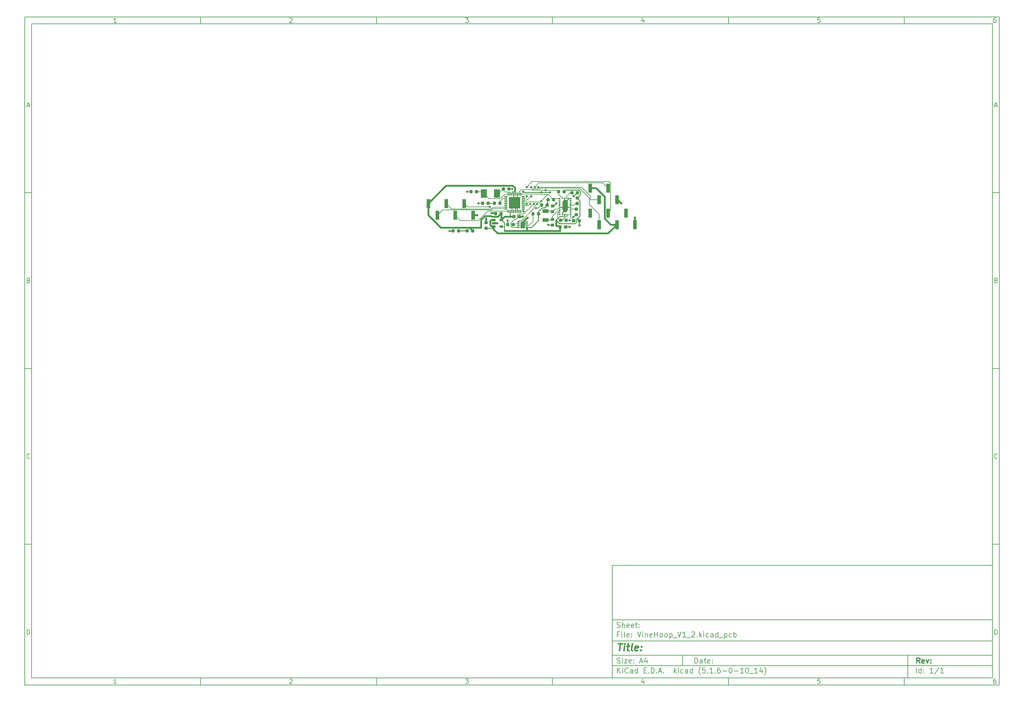
<source format=gtl>
G04 #@! TF.GenerationSoftware,KiCad,Pcbnew,(5.1.6-0-10_14)*
G04 #@! TF.CreationDate,2020-07-22T23:19:55-07:00*
G04 #@! TF.ProjectId,VineHoop_V1_2,56696e65-486f-46f7-905f-56315f322e6b,rev?*
G04 #@! TF.SameCoordinates,Original*
G04 #@! TF.FileFunction,Copper,L1,Top*
G04 #@! TF.FilePolarity,Positive*
%FSLAX46Y46*%
G04 Gerber Fmt 4.6, Leading zero omitted, Abs format (unit mm)*
G04 Created by KiCad (PCBNEW (5.1.6-0-10_14)) date 2020-07-22 23:19:55*
%MOMM*%
%LPD*%
G01*
G04 APERTURE LIST*
%ADD10C,0.100000*%
%ADD11C,0.150000*%
%ADD12C,0.300000*%
%ADD13C,0.400000*%
G04 #@! TA.AperFunction,EtchedComponent*
%ADD14C,0.001000*%
G04 #@! TD*
G04 #@! TA.AperFunction,SMDPad,CuDef*
%ADD15R,1.000000X2.510000*%
G04 #@! TD*
G04 #@! TA.AperFunction,SMDPad,CuDef*
%ADD16R,0.525000X0.300000*%
G04 #@! TD*
G04 #@! TA.AperFunction,SMDPad,CuDef*
%ADD17R,0.300000X0.425000*%
G04 #@! TD*
G04 #@! TA.AperFunction,SMDPad,CuDef*
%ADD18R,3.251200X3.251200*%
G04 #@! TD*
G04 #@! TA.AperFunction,SMDPad,CuDef*
%ADD19R,0.812800X0.304800*%
G04 #@! TD*
G04 #@! TA.AperFunction,SMDPad,CuDef*
%ADD20R,0.304800X0.812800*%
G04 #@! TD*
G04 #@! TA.AperFunction,SMDPad,CuDef*
%ADD21R,1.060000X0.650000*%
G04 #@! TD*
G04 #@! TA.AperFunction,SMDPad,CuDef*
%ADD22R,1.800000X1.000000*%
G04 #@! TD*
G04 #@! TA.AperFunction,SMDPad,CuDef*
%ADD23R,1.700000X2.400000*%
G04 #@! TD*
G04 #@! TA.AperFunction,SMDPad,CuDef*
%ADD24R,0.200000X1.000000*%
G04 #@! TD*
G04 #@! TA.AperFunction,SMDPad,CuDef*
%ADD25R,0.800000X0.300000*%
G04 #@! TD*
G04 #@! TA.AperFunction,ViaPad*
%ADD26C,0.660400*%
G04 #@! TD*
G04 #@! TA.AperFunction,Conductor*
%ADD27C,0.254000*%
G04 #@! TD*
G04 #@! TA.AperFunction,Conductor*
%ADD28C,0.152400*%
G04 #@! TD*
G04 #@! TA.AperFunction,Conductor*
%ADD29C,0.508000*%
G04 #@! TD*
G04 #@! TA.AperFunction,Conductor*
%ADD30C,1.524000*%
G04 #@! TD*
G04 APERTURE END LIST*
D10*
D11*
X177002200Y-166007200D02*
X177002200Y-198007200D01*
X285002200Y-198007200D01*
X285002200Y-166007200D01*
X177002200Y-166007200D01*
D10*
D11*
X10000000Y-10000000D02*
X10000000Y-200007200D01*
X287002200Y-200007200D01*
X287002200Y-10000000D01*
X10000000Y-10000000D01*
D10*
D11*
X12000000Y-12000000D02*
X12000000Y-198007200D01*
X285002200Y-198007200D01*
X285002200Y-12000000D01*
X12000000Y-12000000D01*
D10*
D11*
X60000000Y-12000000D02*
X60000000Y-10000000D01*
D10*
D11*
X110000000Y-12000000D02*
X110000000Y-10000000D01*
D10*
D11*
X160000000Y-12000000D02*
X160000000Y-10000000D01*
D10*
D11*
X210000000Y-12000000D02*
X210000000Y-10000000D01*
D10*
D11*
X260000000Y-12000000D02*
X260000000Y-10000000D01*
D10*
D11*
X36065476Y-11588095D02*
X35322619Y-11588095D01*
X35694047Y-11588095D02*
X35694047Y-10288095D01*
X35570238Y-10473809D01*
X35446428Y-10597619D01*
X35322619Y-10659523D01*
D10*
D11*
X85322619Y-10411904D02*
X85384523Y-10350000D01*
X85508333Y-10288095D01*
X85817857Y-10288095D01*
X85941666Y-10350000D01*
X86003571Y-10411904D01*
X86065476Y-10535714D01*
X86065476Y-10659523D01*
X86003571Y-10845238D01*
X85260714Y-11588095D01*
X86065476Y-11588095D01*
D10*
D11*
X135260714Y-10288095D02*
X136065476Y-10288095D01*
X135632142Y-10783333D01*
X135817857Y-10783333D01*
X135941666Y-10845238D01*
X136003571Y-10907142D01*
X136065476Y-11030952D01*
X136065476Y-11340476D01*
X136003571Y-11464285D01*
X135941666Y-11526190D01*
X135817857Y-11588095D01*
X135446428Y-11588095D01*
X135322619Y-11526190D01*
X135260714Y-11464285D01*
D10*
D11*
X185941666Y-10721428D02*
X185941666Y-11588095D01*
X185632142Y-10226190D02*
X185322619Y-11154761D01*
X186127380Y-11154761D01*
D10*
D11*
X236003571Y-10288095D02*
X235384523Y-10288095D01*
X235322619Y-10907142D01*
X235384523Y-10845238D01*
X235508333Y-10783333D01*
X235817857Y-10783333D01*
X235941666Y-10845238D01*
X236003571Y-10907142D01*
X236065476Y-11030952D01*
X236065476Y-11340476D01*
X236003571Y-11464285D01*
X235941666Y-11526190D01*
X235817857Y-11588095D01*
X235508333Y-11588095D01*
X235384523Y-11526190D01*
X235322619Y-11464285D01*
D10*
D11*
X285941666Y-10288095D02*
X285694047Y-10288095D01*
X285570238Y-10350000D01*
X285508333Y-10411904D01*
X285384523Y-10597619D01*
X285322619Y-10845238D01*
X285322619Y-11340476D01*
X285384523Y-11464285D01*
X285446428Y-11526190D01*
X285570238Y-11588095D01*
X285817857Y-11588095D01*
X285941666Y-11526190D01*
X286003571Y-11464285D01*
X286065476Y-11340476D01*
X286065476Y-11030952D01*
X286003571Y-10907142D01*
X285941666Y-10845238D01*
X285817857Y-10783333D01*
X285570238Y-10783333D01*
X285446428Y-10845238D01*
X285384523Y-10907142D01*
X285322619Y-11030952D01*
D10*
D11*
X60000000Y-198007200D02*
X60000000Y-200007200D01*
D10*
D11*
X110000000Y-198007200D02*
X110000000Y-200007200D01*
D10*
D11*
X160000000Y-198007200D02*
X160000000Y-200007200D01*
D10*
D11*
X210000000Y-198007200D02*
X210000000Y-200007200D01*
D10*
D11*
X260000000Y-198007200D02*
X260000000Y-200007200D01*
D10*
D11*
X36065476Y-199595295D02*
X35322619Y-199595295D01*
X35694047Y-199595295D02*
X35694047Y-198295295D01*
X35570238Y-198481009D01*
X35446428Y-198604819D01*
X35322619Y-198666723D01*
D10*
D11*
X85322619Y-198419104D02*
X85384523Y-198357200D01*
X85508333Y-198295295D01*
X85817857Y-198295295D01*
X85941666Y-198357200D01*
X86003571Y-198419104D01*
X86065476Y-198542914D01*
X86065476Y-198666723D01*
X86003571Y-198852438D01*
X85260714Y-199595295D01*
X86065476Y-199595295D01*
D10*
D11*
X135260714Y-198295295D02*
X136065476Y-198295295D01*
X135632142Y-198790533D01*
X135817857Y-198790533D01*
X135941666Y-198852438D01*
X136003571Y-198914342D01*
X136065476Y-199038152D01*
X136065476Y-199347676D01*
X136003571Y-199471485D01*
X135941666Y-199533390D01*
X135817857Y-199595295D01*
X135446428Y-199595295D01*
X135322619Y-199533390D01*
X135260714Y-199471485D01*
D10*
D11*
X185941666Y-198728628D02*
X185941666Y-199595295D01*
X185632142Y-198233390D02*
X185322619Y-199161961D01*
X186127380Y-199161961D01*
D10*
D11*
X236003571Y-198295295D02*
X235384523Y-198295295D01*
X235322619Y-198914342D01*
X235384523Y-198852438D01*
X235508333Y-198790533D01*
X235817857Y-198790533D01*
X235941666Y-198852438D01*
X236003571Y-198914342D01*
X236065476Y-199038152D01*
X236065476Y-199347676D01*
X236003571Y-199471485D01*
X235941666Y-199533390D01*
X235817857Y-199595295D01*
X235508333Y-199595295D01*
X235384523Y-199533390D01*
X235322619Y-199471485D01*
D10*
D11*
X285941666Y-198295295D02*
X285694047Y-198295295D01*
X285570238Y-198357200D01*
X285508333Y-198419104D01*
X285384523Y-198604819D01*
X285322619Y-198852438D01*
X285322619Y-199347676D01*
X285384523Y-199471485D01*
X285446428Y-199533390D01*
X285570238Y-199595295D01*
X285817857Y-199595295D01*
X285941666Y-199533390D01*
X286003571Y-199471485D01*
X286065476Y-199347676D01*
X286065476Y-199038152D01*
X286003571Y-198914342D01*
X285941666Y-198852438D01*
X285817857Y-198790533D01*
X285570238Y-198790533D01*
X285446428Y-198852438D01*
X285384523Y-198914342D01*
X285322619Y-199038152D01*
D10*
D11*
X10000000Y-60000000D02*
X12000000Y-60000000D01*
D10*
D11*
X10000000Y-110000000D02*
X12000000Y-110000000D01*
D10*
D11*
X10000000Y-160000000D02*
X12000000Y-160000000D01*
D10*
D11*
X10690476Y-35216666D02*
X11309523Y-35216666D01*
X10566666Y-35588095D02*
X11000000Y-34288095D01*
X11433333Y-35588095D01*
D10*
D11*
X11092857Y-84907142D02*
X11278571Y-84969047D01*
X11340476Y-85030952D01*
X11402380Y-85154761D01*
X11402380Y-85340476D01*
X11340476Y-85464285D01*
X11278571Y-85526190D01*
X11154761Y-85588095D01*
X10659523Y-85588095D01*
X10659523Y-84288095D01*
X11092857Y-84288095D01*
X11216666Y-84350000D01*
X11278571Y-84411904D01*
X11340476Y-84535714D01*
X11340476Y-84659523D01*
X11278571Y-84783333D01*
X11216666Y-84845238D01*
X11092857Y-84907142D01*
X10659523Y-84907142D01*
D10*
D11*
X11402380Y-135464285D02*
X11340476Y-135526190D01*
X11154761Y-135588095D01*
X11030952Y-135588095D01*
X10845238Y-135526190D01*
X10721428Y-135402380D01*
X10659523Y-135278571D01*
X10597619Y-135030952D01*
X10597619Y-134845238D01*
X10659523Y-134597619D01*
X10721428Y-134473809D01*
X10845238Y-134350000D01*
X11030952Y-134288095D01*
X11154761Y-134288095D01*
X11340476Y-134350000D01*
X11402380Y-134411904D01*
D10*
D11*
X10659523Y-185588095D02*
X10659523Y-184288095D01*
X10969047Y-184288095D01*
X11154761Y-184350000D01*
X11278571Y-184473809D01*
X11340476Y-184597619D01*
X11402380Y-184845238D01*
X11402380Y-185030952D01*
X11340476Y-185278571D01*
X11278571Y-185402380D01*
X11154761Y-185526190D01*
X10969047Y-185588095D01*
X10659523Y-185588095D01*
D10*
D11*
X287002200Y-60000000D02*
X285002200Y-60000000D01*
D10*
D11*
X287002200Y-110000000D02*
X285002200Y-110000000D01*
D10*
D11*
X287002200Y-160000000D02*
X285002200Y-160000000D01*
D10*
D11*
X285692676Y-35216666D02*
X286311723Y-35216666D01*
X285568866Y-35588095D02*
X286002200Y-34288095D01*
X286435533Y-35588095D01*
D10*
D11*
X286095057Y-84907142D02*
X286280771Y-84969047D01*
X286342676Y-85030952D01*
X286404580Y-85154761D01*
X286404580Y-85340476D01*
X286342676Y-85464285D01*
X286280771Y-85526190D01*
X286156961Y-85588095D01*
X285661723Y-85588095D01*
X285661723Y-84288095D01*
X286095057Y-84288095D01*
X286218866Y-84350000D01*
X286280771Y-84411904D01*
X286342676Y-84535714D01*
X286342676Y-84659523D01*
X286280771Y-84783333D01*
X286218866Y-84845238D01*
X286095057Y-84907142D01*
X285661723Y-84907142D01*
D10*
D11*
X286404580Y-135464285D02*
X286342676Y-135526190D01*
X286156961Y-135588095D01*
X286033152Y-135588095D01*
X285847438Y-135526190D01*
X285723628Y-135402380D01*
X285661723Y-135278571D01*
X285599819Y-135030952D01*
X285599819Y-134845238D01*
X285661723Y-134597619D01*
X285723628Y-134473809D01*
X285847438Y-134350000D01*
X286033152Y-134288095D01*
X286156961Y-134288095D01*
X286342676Y-134350000D01*
X286404580Y-134411904D01*
D10*
D11*
X285661723Y-185588095D02*
X285661723Y-184288095D01*
X285971247Y-184288095D01*
X286156961Y-184350000D01*
X286280771Y-184473809D01*
X286342676Y-184597619D01*
X286404580Y-184845238D01*
X286404580Y-185030952D01*
X286342676Y-185278571D01*
X286280771Y-185402380D01*
X286156961Y-185526190D01*
X285971247Y-185588095D01*
X285661723Y-185588095D01*
D10*
D11*
X200434342Y-193785771D02*
X200434342Y-192285771D01*
X200791485Y-192285771D01*
X201005771Y-192357200D01*
X201148628Y-192500057D01*
X201220057Y-192642914D01*
X201291485Y-192928628D01*
X201291485Y-193142914D01*
X201220057Y-193428628D01*
X201148628Y-193571485D01*
X201005771Y-193714342D01*
X200791485Y-193785771D01*
X200434342Y-193785771D01*
X202577200Y-193785771D02*
X202577200Y-193000057D01*
X202505771Y-192857200D01*
X202362914Y-192785771D01*
X202077200Y-192785771D01*
X201934342Y-192857200D01*
X202577200Y-193714342D02*
X202434342Y-193785771D01*
X202077200Y-193785771D01*
X201934342Y-193714342D01*
X201862914Y-193571485D01*
X201862914Y-193428628D01*
X201934342Y-193285771D01*
X202077200Y-193214342D01*
X202434342Y-193214342D01*
X202577200Y-193142914D01*
X203077200Y-192785771D02*
X203648628Y-192785771D01*
X203291485Y-192285771D02*
X203291485Y-193571485D01*
X203362914Y-193714342D01*
X203505771Y-193785771D01*
X203648628Y-193785771D01*
X204720057Y-193714342D02*
X204577200Y-193785771D01*
X204291485Y-193785771D01*
X204148628Y-193714342D01*
X204077200Y-193571485D01*
X204077200Y-193000057D01*
X204148628Y-192857200D01*
X204291485Y-192785771D01*
X204577200Y-192785771D01*
X204720057Y-192857200D01*
X204791485Y-193000057D01*
X204791485Y-193142914D01*
X204077200Y-193285771D01*
X205434342Y-193642914D02*
X205505771Y-193714342D01*
X205434342Y-193785771D01*
X205362914Y-193714342D01*
X205434342Y-193642914D01*
X205434342Y-193785771D01*
X205434342Y-192857200D02*
X205505771Y-192928628D01*
X205434342Y-193000057D01*
X205362914Y-192928628D01*
X205434342Y-192857200D01*
X205434342Y-193000057D01*
D10*
D11*
X177002200Y-194507200D02*
X285002200Y-194507200D01*
D10*
D11*
X178434342Y-196585771D02*
X178434342Y-195085771D01*
X179291485Y-196585771D02*
X178648628Y-195728628D01*
X179291485Y-195085771D02*
X178434342Y-195942914D01*
X179934342Y-196585771D02*
X179934342Y-195585771D01*
X179934342Y-195085771D02*
X179862914Y-195157200D01*
X179934342Y-195228628D01*
X180005771Y-195157200D01*
X179934342Y-195085771D01*
X179934342Y-195228628D01*
X181505771Y-196442914D02*
X181434342Y-196514342D01*
X181220057Y-196585771D01*
X181077200Y-196585771D01*
X180862914Y-196514342D01*
X180720057Y-196371485D01*
X180648628Y-196228628D01*
X180577200Y-195942914D01*
X180577200Y-195728628D01*
X180648628Y-195442914D01*
X180720057Y-195300057D01*
X180862914Y-195157200D01*
X181077200Y-195085771D01*
X181220057Y-195085771D01*
X181434342Y-195157200D01*
X181505771Y-195228628D01*
X182791485Y-196585771D02*
X182791485Y-195800057D01*
X182720057Y-195657200D01*
X182577200Y-195585771D01*
X182291485Y-195585771D01*
X182148628Y-195657200D01*
X182791485Y-196514342D02*
X182648628Y-196585771D01*
X182291485Y-196585771D01*
X182148628Y-196514342D01*
X182077200Y-196371485D01*
X182077200Y-196228628D01*
X182148628Y-196085771D01*
X182291485Y-196014342D01*
X182648628Y-196014342D01*
X182791485Y-195942914D01*
X184148628Y-196585771D02*
X184148628Y-195085771D01*
X184148628Y-196514342D02*
X184005771Y-196585771D01*
X183720057Y-196585771D01*
X183577200Y-196514342D01*
X183505771Y-196442914D01*
X183434342Y-196300057D01*
X183434342Y-195871485D01*
X183505771Y-195728628D01*
X183577200Y-195657200D01*
X183720057Y-195585771D01*
X184005771Y-195585771D01*
X184148628Y-195657200D01*
X186005771Y-195800057D02*
X186505771Y-195800057D01*
X186720057Y-196585771D02*
X186005771Y-196585771D01*
X186005771Y-195085771D01*
X186720057Y-195085771D01*
X187362914Y-196442914D02*
X187434342Y-196514342D01*
X187362914Y-196585771D01*
X187291485Y-196514342D01*
X187362914Y-196442914D01*
X187362914Y-196585771D01*
X188077200Y-196585771D02*
X188077200Y-195085771D01*
X188434342Y-195085771D01*
X188648628Y-195157200D01*
X188791485Y-195300057D01*
X188862914Y-195442914D01*
X188934342Y-195728628D01*
X188934342Y-195942914D01*
X188862914Y-196228628D01*
X188791485Y-196371485D01*
X188648628Y-196514342D01*
X188434342Y-196585771D01*
X188077200Y-196585771D01*
X189577200Y-196442914D02*
X189648628Y-196514342D01*
X189577200Y-196585771D01*
X189505771Y-196514342D01*
X189577200Y-196442914D01*
X189577200Y-196585771D01*
X190220057Y-196157200D02*
X190934342Y-196157200D01*
X190077200Y-196585771D02*
X190577200Y-195085771D01*
X191077200Y-196585771D01*
X191577200Y-196442914D02*
X191648628Y-196514342D01*
X191577200Y-196585771D01*
X191505771Y-196514342D01*
X191577200Y-196442914D01*
X191577200Y-196585771D01*
X194577200Y-196585771D02*
X194577200Y-195085771D01*
X194720057Y-196014342D02*
X195148628Y-196585771D01*
X195148628Y-195585771D02*
X194577200Y-196157200D01*
X195791485Y-196585771D02*
X195791485Y-195585771D01*
X195791485Y-195085771D02*
X195720057Y-195157200D01*
X195791485Y-195228628D01*
X195862914Y-195157200D01*
X195791485Y-195085771D01*
X195791485Y-195228628D01*
X197148628Y-196514342D02*
X197005771Y-196585771D01*
X196720057Y-196585771D01*
X196577200Y-196514342D01*
X196505771Y-196442914D01*
X196434342Y-196300057D01*
X196434342Y-195871485D01*
X196505771Y-195728628D01*
X196577200Y-195657200D01*
X196720057Y-195585771D01*
X197005771Y-195585771D01*
X197148628Y-195657200D01*
X198434342Y-196585771D02*
X198434342Y-195800057D01*
X198362914Y-195657200D01*
X198220057Y-195585771D01*
X197934342Y-195585771D01*
X197791485Y-195657200D01*
X198434342Y-196514342D02*
X198291485Y-196585771D01*
X197934342Y-196585771D01*
X197791485Y-196514342D01*
X197720057Y-196371485D01*
X197720057Y-196228628D01*
X197791485Y-196085771D01*
X197934342Y-196014342D01*
X198291485Y-196014342D01*
X198434342Y-195942914D01*
X199791485Y-196585771D02*
X199791485Y-195085771D01*
X199791485Y-196514342D02*
X199648628Y-196585771D01*
X199362914Y-196585771D01*
X199220057Y-196514342D01*
X199148628Y-196442914D01*
X199077200Y-196300057D01*
X199077200Y-195871485D01*
X199148628Y-195728628D01*
X199220057Y-195657200D01*
X199362914Y-195585771D01*
X199648628Y-195585771D01*
X199791485Y-195657200D01*
X202077200Y-197157200D02*
X202005771Y-197085771D01*
X201862914Y-196871485D01*
X201791485Y-196728628D01*
X201720057Y-196514342D01*
X201648628Y-196157200D01*
X201648628Y-195871485D01*
X201720057Y-195514342D01*
X201791485Y-195300057D01*
X201862914Y-195157200D01*
X202005771Y-194942914D01*
X202077200Y-194871485D01*
X203362914Y-195085771D02*
X202648628Y-195085771D01*
X202577200Y-195800057D01*
X202648628Y-195728628D01*
X202791485Y-195657200D01*
X203148628Y-195657200D01*
X203291485Y-195728628D01*
X203362914Y-195800057D01*
X203434342Y-195942914D01*
X203434342Y-196300057D01*
X203362914Y-196442914D01*
X203291485Y-196514342D01*
X203148628Y-196585771D01*
X202791485Y-196585771D01*
X202648628Y-196514342D01*
X202577200Y-196442914D01*
X204077200Y-196442914D02*
X204148628Y-196514342D01*
X204077200Y-196585771D01*
X204005771Y-196514342D01*
X204077200Y-196442914D01*
X204077200Y-196585771D01*
X205577200Y-196585771D02*
X204720057Y-196585771D01*
X205148628Y-196585771D02*
X205148628Y-195085771D01*
X205005771Y-195300057D01*
X204862914Y-195442914D01*
X204720057Y-195514342D01*
X206220057Y-196442914D02*
X206291485Y-196514342D01*
X206220057Y-196585771D01*
X206148628Y-196514342D01*
X206220057Y-196442914D01*
X206220057Y-196585771D01*
X207577200Y-195085771D02*
X207291485Y-195085771D01*
X207148628Y-195157200D01*
X207077200Y-195228628D01*
X206934342Y-195442914D01*
X206862914Y-195728628D01*
X206862914Y-196300057D01*
X206934342Y-196442914D01*
X207005771Y-196514342D01*
X207148628Y-196585771D01*
X207434342Y-196585771D01*
X207577200Y-196514342D01*
X207648628Y-196442914D01*
X207720057Y-196300057D01*
X207720057Y-195942914D01*
X207648628Y-195800057D01*
X207577200Y-195728628D01*
X207434342Y-195657200D01*
X207148628Y-195657200D01*
X207005771Y-195728628D01*
X206934342Y-195800057D01*
X206862914Y-195942914D01*
X208362914Y-196014342D02*
X209505771Y-196014342D01*
X210505771Y-195085771D02*
X210648628Y-195085771D01*
X210791485Y-195157200D01*
X210862914Y-195228628D01*
X210934342Y-195371485D01*
X211005771Y-195657200D01*
X211005771Y-196014342D01*
X210934342Y-196300057D01*
X210862914Y-196442914D01*
X210791485Y-196514342D01*
X210648628Y-196585771D01*
X210505771Y-196585771D01*
X210362914Y-196514342D01*
X210291485Y-196442914D01*
X210220057Y-196300057D01*
X210148628Y-196014342D01*
X210148628Y-195657200D01*
X210220057Y-195371485D01*
X210291485Y-195228628D01*
X210362914Y-195157200D01*
X210505771Y-195085771D01*
X211648628Y-196014342D02*
X212791485Y-196014342D01*
X214291485Y-196585771D02*
X213434342Y-196585771D01*
X213862914Y-196585771D02*
X213862914Y-195085771D01*
X213720057Y-195300057D01*
X213577200Y-195442914D01*
X213434342Y-195514342D01*
X215220057Y-195085771D02*
X215362914Y-195085771D01*
X215505771Y-195157200D01*
X215577200Y-195228628D01*
X215648628Y-195371485D01*
X215720057Y-195657200D01*
X215720057Y-196014342D01*
X215648628Y-196300057D01*
X215577200Y-196442914D01*
X215505771Y-196514342D01*
X215362914Y-196585771D01*
X215220057Y-196585771D01*
X215077200Y-196514342D01*
X215005771Y-196442914D01*
X214934342Y-196300057D01*
X214862914Y-196014342D01*
X214862914Y-195657200D01*
X214934342Y-195371485D01*
X215005771Y-195228628D01*
X215077200Y-195157200D01*
X215220057Y-195085771D01*
X216005771Y-196728628D02*
X217148628Y-196728628D01*
X218291485Y-196585771D02*
X217434342Y-196585771D01*
X217862914Y-196585771D02*
X217862914Y-195085771D01*
X217720057Y-195300057D01*
X217577200Y-195442914D01*
X217434342Y-195514342D01*
X219577200Y-195585771D02*
X219577200Y-196585771D01*
X219220057Y-195014342D02*
X218862914Y-196085771D01*
X219791485Y-196085771D01*
X220220057Y-197157200D02*
X220291485Y-197085771D01*
X220434342Y-196871485D01*
X220505771Y-196728628D01*
X220577200Y-196514342D01*
X220648628Y-196157200D01*
X220648628Y-195871485D01*
X220577200Y-195514342D01*
X220505771Y-195300057D01*
X220434342Y-195157200D01*
X220291485Y-194942914D01*
X220220057Y-194871485D01*
D10*
D11*
X177002200Y-191507200D02*
X285002200Y-191507200D01*
D10*
D12*
X264411485Y-193785771D02*
X263911485Y-193071485D01*
X263554342Y-193785771D02*
X263554342Y-192285771D01*
X264125771Y-192285771D01*
X264268628Y-192357200D01*
X264340057Y-192428628D01*
X264411485Y-192571485D01*
X264411485Y-192785771D01*
X264340057Y-192928628D01*
X264268628Y-193000057D01*
X264125771Y-193071485D01*
X263554342Y-193071485D01*
X265625771Y-193714342D02*
X265482914Y-193785771D01*
X265197200Y-193785771D01*
X265054342Y-193714342D01*
X264982914Y-193571485D01*
X264982914Y-193000057D01*
X265054342Y-192857200D01*
X265197200Y-192785771D01*
X265482914Y-192785771D01*
X265625771Y-192857200D01*
X265697200Y-193000057D01*
X265697200Y-193142914D01*
X264982914Y-193285771D01*
X266197200Y-192785771D02*
X266554342Y-193785771D01*
X266911485Y-192785771D01*
X267482914Y-193642914D02*
X267554342Y-193714342D01*
X267482914Y-193785771D01*
X267411485Y-193714342D01*
X267482914Y-193642914D01*
X267482914Y-193785771D01*
X267482914Y-192857200D02*
X267554342Y-192928628D01*
X267482914Y-193000057D01*
X267411485Y-192928628D01*
X267482914Y-192857200D01*
X267482914Y-193000057D01*
D10*
D11*
X178362914Y-193714342D02*
X178577200Y-193785771D01*
X178934342Y-193785771D01*
X179077200Y-193714342D01*
X179148628Y-193642914D01*
X179220057Y-193500057D01*
X179220057Y-193357200D01*
X179148628Y-193214342D01*
X179077200Y-193142914D01*
X178934342Y-193071485D01*
X178648628Y-193000057D01*
X178505771Y-192928628D01*
X178434342Y-192857200D01*
X178362914Y-192714342D01*
X178362914Y-192571485D01*
X178434342Y-192428628D01*
X178505771Y-192357200D01*
X178648628Y-192285771D01*
X179005771Y-192285771D01*
X179220057Y-192357200D01*
X179862914Y-193785771D02*
X179862914Y-192785771D01*
X179862914Y-192285771D02*
X179791485Y-192357200D01*
X179862914Y-192428628D01*
X179934342Y-192357200D01*
X179862914Y-192285771D01*
X179862914Y-192428628D01*
X180434342Y-192785771D02*
X181220057Y-192785771D01*
X180434342Y-193785771D01*
X181220057Y-193785771D01*
X182362914Y-193714342D02*
X182220057Y-193785771D01*
X181934342Y-193785771D01*
X181791485Y-193714342D01*
X181720057Y-193571485D01*
X181720057Y-193000057D01*
X181791485Y-192857200D01*
X181934342Y-192785771D01*
X182220057Y-192785771D01*
X182362914Y-192857200D01*
X182434342Y-193000057D01*
X182434342Y-193142914D01*
X181720057Y-193285771D01*
X183077200Y-193642914D02*
X183148628Y-193714342D01*
X183077200Y-193785771D01*
X183005771Y-193714342D01*
X183077200Y-193642914D01*
X183077200Y-193785771D01*
X183077200Y-192857200D02*
X183148628Y-192928628D01*
X183077200Y-193000057D01*
X183005771Y-192928628D01*
X183077200Y-192857200D01*
X183077200Y-193000057D01*
X184862914Y-193357200D02*
X185577200Y-193357200D01*
X184720057Y-193785771D02*
X185220057Y-192285771D01*
X185720057Y-193785771D01*
X186862914Y-192785771D02*
X186862914Y-193785771D01*
X186505771Y-192214342D02*
X186148628Y-193285771D01*
X187077200Y-193285771D01*
D10*
D11*
X263434342Y-196585771D02*
X263434342Y-195085771D01*
X264791485Y-196585771D02*
X264791485Y-195085771D01*
X264791485Y-196514342D02*
X264648628Y-196585771D01*
X264362914Y-196585771D01*
X264220057Y-196514342D01*
X264148628Y-196442914D01*
X264077200Y-196300057D01*
X264077200Y-195871485D01*
X264148628Y-195728628D01*
X264220057Y-195657200D01*
X264362914Y-195585771D01*
X264648628Y-195585771D01*
X264791485Y-195657200D01*
X265505771Y-196442914D02*
X265577200Y-196514342D01*
X265505771Y-196585771D01*
X265434342Y-196514342D01*
X265505771Y-196442914D01*
X265505771Y-196585771D01*
X265505771Y-195657200D02*
X265577200Y-195728628D01*
X265505771Y-195800057D01*
X265434342Y-195728628D01*
X265505771Y-195657200D01*
X265505771Y-195800057D01*
X268148628Y-196585771D02*
X267291485Y-196585771D01*
X267720057Y-196585771D02*
X267720057Y-195085771D01*
X267577200Y-195300057D01*
X267434342Y-195442914D01*
X267291485Y-195514342D01*
X269862914Y-195014342D02*
X268577200Y-196942914D01*
X271148628Y-196585771D02*
X270291485Y-196585771D01*
X270720057Y-196585771D02*
X270720057Y-195085771D01*
X270577200Y-195300057D01*
X270434342Y-195442914D01*
X270291485Y-195514342D01*
D10*
D11*
X177002200Y-187507200D02*
X285002200Y-187507200D01*
D10*
D13*
X178714580Y-188211961D02*
X179857438Y-188211961D01*
X179036009Y-190211961D02*
X179286009Y-188211961D01*
X180274104Y-190211961D02*
X180440771Y-188878628D01*
X180524104Y-188211961D02*
X180416961Y-188307200D01*
X180500295Y-188402438D01*
X180607438Y-188307200D01*
X180524104Y-188211961D01*
X180500295Y-188402438D01*
X181107438Y-188878628D02*
X181869342Y-188878628D01*
X181476485Y-188211961D02*
X181262200Y-189926247D01*
X181333628Y-190116723D01*
X181512200Y-190211961D01*
X181702676Y-190211961D01*
X182655057Y-190211961D02*
X182476485Y-190116723D01*
X182405057Y-189926247D01*
X182619342Y-188211961D01*
X184190771Y-190116723D02*
X183988390Y-190211961D01*
X183607438Y-190211961D01*
X183428866Y-190116723D01*
X183357438Y-189926247D01*
X183452676Y-189164342D01*
X183571723Y-188973866D01*
X183774104Y-188878628D01*
X184155057Y-188878628D01*
X184333628Y-188973866D01*
X184405057Y-189164342D01*
X184381247Y-189354819D01*
X183405057Y-189545295D01*
X185155057Y-190021485D02*
X185238390Y-190116723D01*
X185131247Y-190211961D01*
X185047914Y-190116723D01*
X185155057Y-190021485D01*
X185131247Y-190211961D01*
X185286009Y-188973866D02*
X185369342Y-189069104D01*
X185262200Y-189164342D01*
X185178866Y-189069104D01*
X185286009Y-188973866D01*
X185262200Y-189164342D01*
D10*
D11*
X178934342Y-185600057D02*
X178434342Y-185600057D01*
X178434342Y-186385771D02*
X178434342Y-184885771D01*
X179148628Y-184885771D01*
X179720057Y-186385771D02*
X179720057Y-185385771D01*
X179720057Y-184885771D02*
X179648628Y-184957200D01*
X179720057Y-185028628D01*
X179791485Y-184957200D01*
X179720057Y-184885771D01*
X179720057Y-185028628D01*
X180648628Y-186385771D02*
X180505771Y-186314342D01*
X180434342Y-186171485D01*
X180434342Y-184885771D01*
X181791485Y-186314342D02*
X181648628Y-186385771D01*
X181362914Y-186385771D01*
X181220057Y-186314342D01*
X181148628Y-186171485D01*
X181148628Y-185600057D01*
X181220057Y-185457200D01*
X181362914Y-185385771D01*
X181648628Y-185385771D01*
X181791485Y-185457200D01*
X181862914Y-185600057D01*
X181862914Y-185742914D01*
X181148628Y-185885771D01*
X182505771Y-186242914D02*
X182577200Y-186314342D01*
X182505771Y-186385771D01*
X182434342Y-186314342D01*
X182505771Y-186242914D01*
X182505771Y-186385771D01*
X182505771Y-185457200D02*
X182577200Y-185528628D01*
X182505771Y-185600057D01*
X182434342Y-185528628D01*
X182505771Y-185457200D01*
X182505771Y-185600057D01*
X184148628Y-184885771D02*
X184648628Y-186385771D01*
X185148628Y-184885771D01*
X185648628Y-186385771D02*
X185648628Y-185385771D01*
X185648628Y-184885771D02*
X185577200Y-184957200D01*
X185648628Y-185028628D01*
X185720057Y-184957200D01*
X185648628Y-184885771D01*
X185648628Y-185028628D01*
X186362914Y-185385771D02*
X186362914Y-186385771D01*
X186362914Y-185528628D02*
X186434342Y-185457200D01*
X186577200Y-185385771D01*
X186791485Y-185385771D01*
X186934342Y-185457200D01*
X187005771Y-185600057D01*
X187005771Y-186385771D01*
X188291485Y-186314342D02*
X188148628Y-186385771D01*
X187862914Y-186385771D01*
X187720057Y-186314342D01*
X187648628Y-186171485D01*
X187648628Y-185600057D01*
X187720057Y-185457200D01*
X187862914Y-185385771D01*
X188148628Y-185385771D01*
X188291485Y-185457200D01*
X188362914Y-185600057D01*
X188362914Y-185742914D01*
X187648628Y-185885771D01*
X189005771Y-186385771D02*
X189005771Y-184885771D01*
X189005771Y-185600057D02*
X189862914Y-185600057D01*
X189862914Y-186385771D02*
X189862914Y-184885771D01*
X190791485Y-186385771D02*
X190648628Y-186314342D01*
X190577200Y-186242914D01*
X190505771Y-186100057D01*
X190505771Y-185671485D01*
X190577200Y-185528628D01*
X190648628Y-185457200D01*
X190791485Y-185385771D01*
X191005771Y-185385771D01*
X191148628Y-185457200D01*
X191220057Y-185528628D01*
X191291485Y-185671485D01*
X191291485Y-186100057D01*
X191220057Y-186242914D01*
X191148628Y-186314342D01*
X191005771Y-186385771D01*
X190791485Y-186385771D01*
X192148628Y-186385771D02*
X192005771Y-186314342D01*
X191934342Y-186242914D01*
X191862914Y-186100057D01*
X191862914Y-185671485D01*
X191934342Y-185528628D01*
X192005771Y-185457200D01*
X192148628Y-185385771D01*
X192362914Y-185385771D01*
X192505771Y-185457200D01*
X192577200Y-185528628D01*
X192648628Y-185671485D01*
X192648628Y-186100057D01*
X192577200Y-186242914D01*
X192505771Y-186314342D01*
X192362914Y-186385771D01*
X192148628Y-186385771D01*
X193291485Y-185385771D02*
X193291485Y-186885771D01*
X193291485Y-185457200D02*
X193434342Y-185385771D01*
X193720057Y-185385771D01*
X193862914Y-185457200D01*
X193934342Y-185528628D01*
X194005771Y-185671485D01*
X194005771Y-186100057D01*
X193934342Y-186242914D01*
X193862914Y-186314342D01*
X193720057Y-186385771D01*
X193434342Y-186385771D01*
X193291485Y-186314342D01*
X194291485Y-186528628D02*
X195434342Y-186528628D01*
X195577200Y-184885771D02*
X196077200Y-186385771D01*
X196577200Y-184885771D01*
X197862914Y-186385771D02*
X197005771Y-186385771D01*
X197434342Y-186385771D02*
X197434342Y-184885771D01*
X197291485Y-185100057D01*
X197148628Y-185242914D01*
X197005771Y-185314342D01*
X198148628Y-186528628D02*
X199291485Y-186528628D01*
X199577200Y-185028628D02*
X199648628Y-184957200D01*
X199791485Y-184885771D01*
X200148628Y-184885771D01*
X200291485Y-184957200D01*
X200362914Y-185028628D01*
X200434342Y-185171485D01*
X200434342Y-185314342D01*
X200362914Y-185528628D01*
X199505771Y-186385771D01*
X200434342Y-186385771D01*
X201077200Y-186242914D02*
X201148628Y-186314342D01*
X201077200Y-186385771D01*
X201005771Y-186314342D01*
X201077200Y-186242914D01*
X201077200Y-186385771D01*
X201791485Y-186385771D02*
X201791485Y-184885771D01*
X201934342Y-185814342D02*
X202362914Y-186385771D01*
X202362914Y-185385771D02*
X201791485Y-185957200D01*
X203005771Y-186385771D02*
X203005771Y-185385771D01*
X203005771Y-184885771D02*
X202934342Y-184957200D01*
X203005771Y-185028628D01*
X203077200Y-184957200D01*
X203005771Y-184885771D01*
X203005771Y-185028628D01*
X204362914Y-186314342D02*
X204220057Y-186385771D01*
X203934342Y-186385771D01*
X203791485Y-186314342D01*
X203720057Y-186242914D01*
X203648628Y-186100057D01*
X203648628Y-185671485D01*
X203720057Y-185528628D01*
X203791485Y-185457200D01*
X203934342Y-185385771D01*
X204220057Y-185385771D01*
X204362914Y-185457200D01*
X205648628Y-186385771D02*
X205648628Y-185600057D01*
X205577200Y-185457200D01*
X205434342Y-185385771D01*
X205148628Y-185385771D01*
X205005771Y-185457200D01*
X205648628Y-186314342D02*
X205505771Y-186385771D01*
X205148628Y-186385771D01*
X205005771Y-186314342D01*
X204934342Y-186171485D01*
X204934342Y-186028628D01*
X205005771Y-185885771D01*
X205148628Y-185814342D01*
X205505771Y-185814342D01*
X205648628Y-185742914D01*
X207005771Y-186385771D02*
X207005771Y-184885771D01*
X207005771Y-186314342D02*
X206862914Y-186385771D01*
X206577200Y-186385771D01*
X206434342Y-186314342D01*
X206362914Y-186242914D01*
X206291485Y-186100057D01*
X206291485Y-185671485D01*
X206362914Y-185528628D01*
X206434342Y-185457200D01*
X206577200Y-185385771D01*
X206862914Y-185385771D01*
X207005771Y-185457200D01*
X207362914Y-186528628D02*
X208505771Y-186528628D01*
X208862914Y-185385771D02*
X208862914Y-186885771D01*
X208862914Y-185457200D02*
X209005771Y-185385771D01*
X209291485Y-185385771D01*
X209434342Y-185457200D01*
X209505771Y-185528628D01*
X209577200Y-185671485D01*
X209577200Y-186100057D01*
X209505771Y-186242914D01*
X209434342Y-186314342D01*
X209291485Y-186385771D01*
X209005771Y-186385771D01*
X208862914Y-186314342D01*
X210862914Y-186314342D02*
X210720057Y-186385771D01*
X210434342Y-186385771D01*
X210291485Y-186314342D01*
X210220057Y-186242914D01*
X210148628Y-186100057D01*
X210148628Y-185671485D01*
X210220057Y-185528628D01*
X210291485Y-185457200D01*
X210434342Y-185385771D01*
X210720057Y-185385771D01*
X210862914Y-185457200D01*
X211505771Y-186385771D02*
X211505771Y-184885771D01*
X211505771Y-185457200D02*
X211648628Y-185385771D01*
X211934342Y-185385771D01*
X212077200Y-185457200D01*
X212148628Y-185528628D01*
X212220057Y-185671485D01*
X212220057Y-186100057D01*
X212148628Y-186242914D01*
X212077200Y-186314342D01*
X211934342Y-186385771D01*
X211648628Y-186385771D01*
X211505771Y-186314342D01*
D10*
D11*
X177002200Y-181507200D02*
X285002200Y-181507200D01*
D10*
D11*
X178362914Y-183614342D02*
X178577200Y-183685771D01*
X178934342Y-183685771D01*
X179077200Y-183614342D01*
X179148628Y-183542914D01*
X179220057Y-183400057D01*
X179220057Y-183257200D01*
X179148628Y-183114342D01*
X179077200Y-183042914D01*
X178934342Y-182971485D01*
X178648628Y-182900057D01*
X178505771Y-182828628D01*
X178434342Y-182757200D01*
X178362914Y-182614342D01*
X178362914Y-182471485D01*
X178434342Y-182328628D01*
X178505771Y-182257200D01*
X178648628Y-182185771D01*
X179005771Y-182185771D01*
X179220057Y-182257200D01*
X179862914Y-183685771D02*
X179862914Y-182185771D01*
X180505771Y-183685771D02*
X180505771Y-182900057D01*
X180434342Y-182757200D01*
X180291485Y-182685771D01*
X180077200Y-182685771D01*
X179934342Y-182757200D01*
X179862914Y-182828628D01*
X181791485Y-183614342D02*
X181648628Y-183685771D01*
X181362914Y-183685771D01*
X181220057Y-183614342D01*
X181148628Y-183471485D01*
X181148628Y-182900057D01*
X181220057Y-182757200D01*
X181362914Y-182685771D01*
X181648628Y-182685771D01*
X181791485Y-182757200D01*
X181862914Y-182900057D01*
X181862914Y-183042914D01*
X181148628Y-183185771D01*
X183077200Y-183614342D02*
X182934342Y-183685771D01*
X182648628Y-183685771D01*
X182505771Y-183614342D01*
X182434342Y-183471485D01*
X182434342Y-182900057D01*
X182505771Y-182757200D01*
X182648628Y-182685771D01*
X182934342Y-182685771D01*
X183077200Y-182757200D01*
X183148628Y-182900057D01*
X183148628Y-183042914D01*
X182434342Y-183185771D01*
X183577200Y-182685771D02*
X184148628Y-182685771D01*
X183791485Y-182185771D02*
X183791485Y-183471485D01*
X183862914Y-183614342D01*
X184005771Y-183685771D01*
X184148628Y-183685771D01*
X184648628Y-183542914D02*
X184720057Y-183614342D01*
X184648628Y-183685771D01*
X184577200Y-183614342D01*
X184648628Y-183542914D01*
X184648628Y-183685771D01*
X184648628Y-182757200D02*
X184720057Y-182828628D01*
X184648628Y-182900057D01*
X184577200Y-182828628D01*
X184648628Y-182757200D01*
X184648628Y-182900057D01*
D10*
D11*
X197002200Y-191507200D02*
X197002200Y-194507200D01*
D10*
D11*
X261002200Y-191507200D02*
X261002200Y-198007200D01*
D14*
G36*
X151176000Y-68165000D02*
G01*
X152076000Y-68165000D01*
X152076000Y-70065000D01*
X150876000Y-70065000D01*
X150876000Y-68465000D01*
X151176000Y-68165000D01*
G37*
X151176000Y-68165000D02*
X152076000Y-68165000D01*
X152076000Y-70065000D01*
X150876000Y-70065000D01*
X150876000Y-68465000D01*
X151176000Y-68165000D01*
G04 #@! TA.AperFunction,SMDPad,CuDef*
G36*
G01*
X136184500Y-70569750D02*
X136184500Y-71082250D01*
G75*
G02*
X135965750Y-71301000I-218750J0D01*
G01*
X135528250Y-71301000D01*
G75*
G02*
X135309500Y-71082250I0J218750D01*
G01*
X135309500Y-70569750D01*
G75*
G02*
X135528250Y-70351000I218750J0D01*
G01*
X135965750Y-70351000D01*
G75*
G02*
X136184500Y-70569750I0J-218750D01*
G01*
G37*
G04 #@! TD.AperFunction*
G04 #@! TA.AperFunction,SMDPad,CuDef*
G36*
G01*
X137759500Y-70569750D02*
X137759500Y-71082250D01*
G75*
G02*
X137540750Y-71301000I-218750J0D01*
G01*
X137103250Y-71301000D01*
G75*
G02*
X136884500Y-71082250I0J218750D01*
G01*
X136884500Y-70569750D01*
G75*
G02*
X137103250Y-70351000I218750J0D01*
G01*
X137540750Y-70351000D01*
G75*
G02*
X137759500Y-70569750I0J-218750D01*
G01*
G37*
G04 #@! TD.AperFunction*
G04 #@! TA.AperFunction,SMDPad,CuDef*
G36*
G01*
X132874500Y-71122250D02*
X132874500Y-70609750D01*
G75*
G02*
X133093250Y-70391000I218750J0D01*
G01*
X133530750Y-70391000D01*
G75*
G02*
X133749500Y-70609750I0J-218750D01*
G01*
X133749500Y-71122250D01*
G75*
G02*
X133530750Y-71341000I-218750J0D01*
G01*
X133093250Y-71341000D01*
G75*
G02*
X132874500Y-71122250I0J218750D01*
G01*
G37*
G04 #@! TD.AperFunction*
G04 #@! TA.AperFunction,SMDPad,CuDef*
G36*
G01*
X131299500Y-71122250D02*
X131299500Y-70609750D01*
G75*
G02*
X131518250Y-70391000I218750J0D01*
G01*
X131955750Y-70391000D01*
G75*
G02*
X132174500Y-70609750I0J-218750D01*
G01*
X132174500Y-71122250D01*
G75*
G02*
X131955750Y-71341000I-218750J0D01*
G01*
X131518250Y-71341000D01*
G75*
G02*
X131299500Y-71122250I0J218750D01*
G01*
G37*
G04 #@! TD.AperFunction*
G04 #@! TA.AperFunction,SMDPad,CuDef*
G36*
G01*
X162591000Y-69466750D02*
X162591000Y-69979250D01*
G75*
G02*
X162372250Y-70198000I-218750J0D01*
G01*
X161934750Y-70198000D01*
G75*
G02*
X161716000Y-69979250I0J218750D01*
G01*
X161716000Y-69466750D01*
G75*
G02*
X161934750Y-69248000I218750J0D01*
G01*
X162372250Y-69248000D01*
G75*
G02*
X162591000Y-69466750I0J-218750D01*
G01*
G37*
G04 #@! TD.AperFunction*
G04 #@! TA.AperFunction,SMDPad,CuDef*
G36*
G01*
X164166000Y-69466750D02*
X164166000Y-69979250D01*
G75*
G02*
X163947250Y-70198000I-218750J0D01*
G01*
X163509750Y-70198000D01*
G75*
G02*
X163291000Y-69979250I0J218750D01*
G01*
X163291000Y-69466750D01*
G75*
G02*
X163509750Y-69248000I218750J0D01*
G01*
X163947250Y-69248000D01*
G75*
G02*
X164166000Y-69466750I0J-218750D01*
G01*
G37*
G04 #@! TD.AperFunction*
G04 #@! TA.AperFunction,SMDPad,CuDef*
G36*
G01*
X144647500Y-63248250D02*
X144647500Y-62735750D01*
G75*
G02*
X144866250Y-62517000I218750J0D01*
G01*
X145303750Y-62517000D01*
G75*
G02*
X145522500Y-62735750I0J-218750D01*
G01*
X145522500Y-63248250D01*
G75*
G02*
X145303750Y-63467000I-218750J0D01*
G01*
X144866250Y-63467000D01*
G75*
G02*
X144647500Y-63248250I0J218750D01*
G01*
G37*
G04 #@! TD.AperFunction*
G04 #@! TA.AperFunction,SMDPad,CuDef*
G36*
G01*
X143072500Y-63248250D02*
X143072500Y-62735750D01*
G75*
G02*
X143291250Y-62517000I218750J0D01*
G01*
X143728750Y-62517000D01*
G75*
G02*
X143947500Y-62735750I0J-218750D01*
G01*
X143947500Y-63248250D01*
G75*
G02*
X143728750Y-63467000I-218750J0D01*
G01*
X143291250Y-63467000D01*
G75*
G02*
X143072500Y-63248250I0J218750D01*
G01*
G37*
G04 #@! TD.AperFunction*
D15*
X173228000Y-61976000D03*
X178308000Y-61976000D03*
X170688000Y-58666000D03*
X175768000Y-58666000D03*
G04 #@! TA.AperFunction,SMDPad,CuDef*
G36*
G01*
X141294500Y-63248250D02*
X141294500Y-62735750D01*
G75*
G02*
X141513250Y-62517000I218750J0D01*
G01*
X141950750Y-62517000D01*
G75*
G02*
X142169500Y-62735750I0J-218750D01*
G01*
X142169500Y-63248250D01*
G75*
G02*
X141950750Y-63467000I-218750J0D01*
G01*
X141513250Y-63467000D01*
G75*
G02*
X141294500Y-63248250I0J218750D01*
G01*
G37*
G04 #@! TD.AperFunction*
G04 #@! TA.AperFunction,SMDPad,CuDef*
G36*
G01*
X139719500Y-63248250D02*
X139719500Y-62735750D01*
G75*
G02*
X139938250Y-62517000I218750J0D01*
G01*
X140375750Y-62517000D01*
G75*
G02*
X140594500Y-62735750I0J-218750D01*
G01*
X140594500Y-63248250D01*
G75*
G02*
X140375750Y-63467000I-218750J0D01*
G01*
X139938250Y-63467000D01*
G75*
G02*
X139719500Y-63248250I0J218750D01*
G01*
G37*
G04 #@! TD.AperFunction*
G04 #@! TA.AperFunction,SMDPad,CuDef*
G36*
G01*
X149484500Y-66545750D02*
X149484500Y-67058250D01*
G75*
G02*
X149265750Y-67277000I-218750J0D01*
G01*
X148828250Y-67277000D01*
G75*
G02*
X148609500Y-67058250I0J218750D01*
G01*
X148609500Y-66545750D01*
G75*
G02*
X148828250Y-66327000I218750J0D01*
G01*
X149265750Y-66327000D01*
G75*
G02*
X149484500Y-66545750I0J-218750D01*
G01*
G37*
G04 #@! TD.AperFunction*
G04 #@! TA.AperFunction,SMDPad,CuDef*
G36*
G01*
X151059500Y-66545750D02*
X151059500Y-67058250D01*
G75*
G02*
X150840750Y-67277000I-218750J0D01*
G01*
X150403250Y-67277000D01*
G75*
G02*
X150184500Y-67058250I0J218750D01*
G01*
X150184500Y-66545750D01*
G75*
G02*
X150403250Y-66327000I218750J0D01*
G01*
X150840750Y-66327000D01*
G75*
G02*
X151059500Y-66545750I0J-218750D01*
G01*
G37*
G04 #@! TD.AperFunction*
D16*
X162021500Y-65655000D03*
X162021500Y-65155000D03*
X162021500Y-64655000D03*
X162021500Y-64155000D03*
X162021500Y-63655000D03*
X162021500Y-63155000D03*
X162021500Y-62655000D03*
X162021500Y-62155000D03*
X162021500Y-61655000D03*
D17*
X162834000Y-61592500D03*
X163334000Y-61592500D03*
X163834000Y-61592500D03*
X164334000Y-61592500D03*
D16*
X165146500Y-61655000D03*
X165146500Y-62155000D03*
X165146500Y-62655000D03*
X165146500Y-63155000D03*
X165146500Y-63655000D03*
X165146500Y-64155000D03*
X165146500Y-64655000D03*
X165146500Y-65155000D03*
X165146500Y-65655000D03*
X165146500Y-66155000D03*
D17*
X164334000Y-66217500D03*
X163834000Y-66217500D03*
X163334000Y-66217500D03*
X162834000Y-66217500D03*
D16*
X162021500Y-66155000D03*
D18*
X149225000Y-62865000D03*
D19*
X151688800Y-61112400D03*
X151688800Y-61620400D03*
X151688800Y-62103000D03*
X151688800Y-62611000D03*
X151688800Y-63119000D03*
X151688800Y-63627000D03*
X151688800Y-64109600D03*
X151688800Y-64617600D03*
D20*
X150977600Y-65328800D03*
X150469600Y-65328800D03*
X149987000Y-65328800D03*
X149479000Y-65328800D03*
X148971000Y-65328800D03*
X148463000Y-65328800D03*
X147980400Y-65328800D03*
X147472400Y-65328800D03*
D19*
X146761200Y-64617600D03*
X146761200Y-64109600D03*
X146761200Y-63627000D03*
X146761200Y-63119000D03*
X146761200Y-62611000D03*
X146761200Y-62103000D03*
X146761200Y-61620400D03*
X146761200Y-61112400D03*
D20*
X147472400Y-60401200D03*
X147980400Y-60401200D03*
X148463000Y-60401200D03*
X148971000Y-60401200D03*
X149479000Y-60401200D03*
X149987000Y-60401200D03*
X150469600Y-60401200D03*
X150977600Y-60401200D03*
D21*
X145522000Y-67725000D03*
X145522000Y-69625000D03*
X143322000Y-69625000D03*
X143322000Y-68675000D03*
X143322000Y-67725000D03*
G04 #@! TA.AperFunction,SMDPad,CuDef*
G36*
G01*
X167285250Y-61920000D02*
X166772750Y-61920000D01*
G75*
G02*
X166554000Y-61701250I0J218750D01*
G01*
X166554000Y-61263750D01*
G75*
G02*
X166772750Y-61045000I218750J0D01*
G01*
X167285250Y-61045000D01*
G75*
G02*
X167504000Y-61263750I0J-218750D01*
G01*
X167504000Y-61701250D01*
G75*
G02*
X167285250Y-61920000I-218750J0D01*
G01*
G37*
G04 #@! TD.AperFunction*
G04 #@! TA.AperFunction,SMDPad,CuDef*
G36*
G01*
X167285250Y-63495000D02*
X166772750Y-63495000D01*
G75*
G02*
X166554000Y-63276250I0J218750D01*
G01*
X166554000Y-62838750D01*
G75*
G02*
X166772750Y-62620000I218750J0D01*
G01*
X167285250Y-62620000D01*
G75*
G02*
X167504000Y-62838750I0J-218750D01*
G01*
X167504000Y-63276250D01*
G75*
G02*
X167285250Y-63495000I-218750J0D01*
G01*
G37*
G04 #@! TD.AperFunction*
G04 #@! TA.AperFunction,SMDPad,CuDef*
G36*
G01*
X163443500Y-68074250D02*
X163443500Y-67561750D01*
G75*
G02*
X163662250Y-67343000I218750J0D01*
G01*
X164099750Y-67343000D01*
G75*
G02*
X164318500Y-67561750I0J-218750D01*
G01*
X164318500Y-68074250D01*
G75*
G02*
X164099750Y-68293000I-218750J0D01*
G01*
X163662250Y-68293000D01*
G75*
G02*
X163443500Y-68074250I0J218750D01*
G01*
G37*
G04 #@! TD.AperFunction*
G04 #@! TA.AperFunction,SMDPad,CuDef*
G36*
G01*
X161868500Y-68074250D02*
X161868500Y-67561750D01*
G75*
G02*
X162087250Y-67343000I218750J0D01*
G01*
X162524750Y-67343000D01*
G75*
G02*
X162743500Y-67561750I0J-218750D01*
G01*
X162743500Y-68074250D01*
G75*
G02*
X162524750Y-68293000I-218750J0D01*
G01*
X162087250Y-68293000D01*
G75*
G02*
X161868500Y-68074250I0J218750D01*
G01*
G37*
G04 #@! TD.AperFunction*
G04 #@! TA.AperFunction,SMDPad,CuDef*
G36*
G01*
X137992500Y-59946250D02*
X137992500Y-59433750D01*
G75*
G02*
X138211250Y-59215000I218750J0D01*
G01*
X138648750Y-59215000D01*
G75*
G02*
X138867500Y-59433750I0J-218750D01*
G01*
X138867500Y-59946250D01*
G75*
G02*
X138648750Y-60165000I-218750J0D01*
G01*
X138211250Y-60165000D01*
G75*
G02*
X137992500Y-59946250I0J218750D01*
G01*
G37*
G04 #@! TD.AperFunction*
G04 #@! TA.AperFunction,SMDPad,CuDef*
G36*
G01*
X136417500Y-59946250D02*
X136417500Y-59433750D01*
G75*
G02*
X136636250Y-59215000I218750J0D01*
G01*
X137073750Y-59215000D01*
G75*
G02*
X137292500Y-59433750I0J-218750D01*
G01*
X137292500Y-59946250D01*
G75*
G02*
X137073750Y-60165000I-218750J0D01*
G01*
X136636250Y-60165000D01*
G75*
G02*
X136417500Y-59946250I0J218750D01*
G01*
G37*
G04 #@! TD.AperFunction*
G04 #@! TA.AperFunction,SMDPad,CuDef*
G36*
G01*
X146487500Y-58671750D02*
X146487500Y-59184250D01*
G75*
G02*
X146268750Y-59403000I-218750J0D01*
G01*
X145831250Y-59403000D01*
G75*
G02*
X145612500Y-59184250I0J218750D01*
G01*
X145612500Y-58671750D01*
G75*
G02*
X145831250Y-58453000I218750J0D01*
G01*
X146268750Y-58453000D01*
G75*
G02*
X146487500Y-58671750I0J-218750D01*
G01*
G37*
G04 #@! TD.AperFunction*
G04 #@! TA.AperFunction,SMDPad,CuDef*
G36*
G01*
X148062500Y-58671750D02*
X148062500Y-59184250D01*
G75*
G02*
X147843750Y-59403000I-218750J0D01*
G01*
X147406250Y-59403000D01*
G75*
G02*
X147187500Y-59184250I0J218750D01*
G01*
X147187500Y-58671750D01*
G75*
G02*
X147406250Y-58453000I218750J0D01*
G01*
X147843750Y-58453000D01*
G75*
G02*
X148062500Y-58671750I0J-218750D01*
G01*
G37*
G04 #@! TD.AperFunction*
G04 #@! TA.AperFunction,SMDPad,CuDef*
G36*
G01*
X144265000Y-65656750D02*
X144265000Y-66169250D01*
G75*
G02*
X144046250Y-66388000I-218750J0D01*
G01*
X143608750Y-66388000D01*
G75*
G02*
X143390000Y-66169250I0J218750D01*
G01*
X143390000Y-65656750D01*
G75*
G02*
X143608750Y-65438000I218750J0D01*
G01*
X144046250Y-65438000D01*
G75*
G02*
X144265000Y-65656750I0J-218750D01*
G01*
G37*
G04 #@! TD.AperFunction*
G04 #@! TA.AperFunction,SMDPad,CuDef*
G36*
G01*
X145840000Y-65656750D02*
X145840000Y-66169250D01*
G75*
G02*
X145621250Y-66388000I-218750J0D01*
G01*
X145183750Y-66388000D01*
G75*
G02*
X144965000Y-66169250I0J218750D01*
G01*
X144965000Y-65656750D01*
G75*
G02*
X145183750Y-65438000I218750J0D01*
G01*
X145621250Y-65438000D01*
G75*
G02*
X145840000Y-65656750I0J-218750D01*
G01*
G37*
G04 #@! TD.AperFunction*
G04 #@! TA.AperFunction,SMDPad,CuDef*
G36*
G01*
X141376250Y-68960000D02*
X140863750Y-68960000D01*
G75*
G02*
X140645000Y-68741250I0J218750D01*
G01*
X140645000Y-68303750D01*
G75*
G02*
X140863750Y-68085000I218750J0D01*
G01*
X141376250Y-68085000D01*
G75*
G02*
X141595000Y-68303750I0J-218750D01*
G01*
X141595000Y-68741250D01*
G75*
G02*
X141376250Y-68960000I-218750J0D01*
G01*
G37*
G04 #@! TD.AperFunction*
G04 #@! TA.AperFunction,SMDPad,CuDef*
G36*
G01*
X141376250Y-70535000D02*
X140863750Y-70535000D01*
G75*
G02*
X140645000Y-70316250I0J218750D01*
G01*
X140645000Y-69878750D01*
G75*
G02*
X140863750Y-69660000I218750J0D01*
G01*
X141376250Y-69660000D01*
G75*
G02*
X141595000Y-69878750I0J-218750D01*
G01*
X141595000Y-70316250D01*
G75*
G02*
X141376250Y-70535000I-218750J0D01*
G01*
G37*
G04 #@! TD.AperFunction*
G04 #@! TA.AperFunction,SMDPad,CuDef*
G36*
G01*
X166513750Y-65816500D02*
X167026250Y-65816500D01*
G75*
G02*
X167245000Y-66035250I0J-218750D01*
G01*
X167245000Y-66472750D01*
G75*
G02*
X167026250Y-66691500I-218750J0D01*
G01*
X166513750Y-66691500D01*
G75*
G02*
X166295000Y-66472750I0J218750D01*
G01*
X166295000Y-66035250D01*
G75*
G02*
X166513750Y-65816500I218750J0D01*
G01*
G37*
G04 #@! TD.AperFunction*
G04 #@! TA.AperFunction,SMDPad,CuDef*
G36*
G01*
X166513750Y-64241500D02*
X167026250Y-64241500D01*
G75*
G02*
X167245000Y-64460250I0J-218750D01*
G01*
X167245000Y-64897750D01*
G75*
G02*
X167026250Y-65116500I-218750J0D01*
G01*
X166513750Y-65116500D01*
G75*
G02*
X166295000Y-64897750I0J218750D01*
G01*
X166295000Y-64460250D01*
G75*
G02*
X166513750Y-64241500I218750J0D01*
G01*
G37*
G04 #@! TD.AperFunction*
G04 #@! TA.AperFunction,SMDPad,CuDef*
G36*
G01*
X158058500Y-63756250D02*
X158058500Y-63243750D01*
G75*
G02*
X158277250Y-63025000I218750J0D01*
G01*
X158714750Y-63025000D01*
G75*
G02*
X158933500Y-63243750I0J-218750D01*
G01*
X158933500Y-63756250D01*
G75*
G02*
X158714750Y-63975000I-218750J0D01*
G01*
X158277250Y-63975000D01*
G75*
G02*
X158058500Y-63756250I0J218750D01*
G01*
G37*
G04 #@! TD.AperFunction*
G04 #@! TA.AperFunction,SMDPad,CuDef*
G36*
G01*
X156483500Y-63756250D02*
X156483500Y-63243750D01*
G75*
G02*
X156702250Y-63025000I218750J0D01*
G01*
X157139750Y-63025000D01*
G75*
G02*
X157358500Y-63243750I0J-218750D01*
G01*
X157358500Y-63756250D01*
G75*
G02*
X157139750Y-63975000I-218750J0D01*
G01*
X156702250Y-63975000D01*
G75*
G02*
X156483500Y-63756250I0J218750D01*
G01*
G37*
G04 #@! TD.AperFunction*
G04 #@! TA.AperFunction,SMDPad,CuDef*
G36*
G01*
X159187500Y-61719750D02*
X159187500Y-62232250D01*
G75*
G02*
X158968750Y-62451000I-218750J0D01*
G01*
X158531250Y-62451000D01*
G75*
G02*
X158312500Y-62232250I0J218750D01*
G01*
X158312500Y-61719750D01*
G75*
G02*
X158531250Y-61501000I218750J0D01*
G01*
X158968750Y-61501000D01*
G75*
G02*
X159187500Y-61719750I0J-218750D01*
G01*
G37*
G04 #@! TD.AperFunction*
G04 #@! TA.AperFunction,SMDPad,CuDef*
G36*
G01*
X160762500Y-61719750D02*
X160762500Y-62232250D01*
G75*
G02*
X160543750Y-62451000I-218750J0D01*
G01*
X160106250Y-62451000D01*
G75*
G02*
X159887500Y-62232250I0J218750D01*
G01*
X159887500Y-61719750D01*
G75*
G02*
X160106250Y-61501000I218750J0D01*
G01*
X160543750Y-61501000D01*
G75*
G02*
X160762500Y-61719750I0J-218750D01*
G01*
G37*
G04 #@! TD.AperFunction*
G04 #@! TA.AperFunction,SMDPad,CuDef*
G36*
G01*
X154886500Y-65743750D02*
X154886500Y-66256250D01*
G75*
G02*
X154667750Y-66475000I-218750J0D01*
G01*
X154230250Y-66475000D01*
G75*
G02*
X154011500Y-66256250I0J218750D01*
G01*
X154011500Y-65743750D01*
G75*
G02*
X154230250Y-65525000I218750J0D01*
G01*
X154667750Y-65525000D01*
G75*
G02*
X154886500Y-65743750I0J-218750D01*
G01*
G37*
G04 #@! TD.AperFunction*
G04 #@! TA.AperFunction,SMDPad,CuDef*
G36*
G01*
X156461500Y-65743750D02*
X156461500Y-66256250D01*
G75*
G02*
X156242750Y-66475000I-218750J0D01*
G01*
X155805250Y-66475000D01*
G75*
G02*
X155586500Y-66256250I0J218750D01*
G01*
X155586500Y-65743750D01*
G75*
G02*
X155805250Y-65525000I218750J0D01*
G01*
X156242750Y-65525000D01*
G75*
G02*
X156461500Y-65743750I0J-218750D01*
G01*
G37*
G04 #@! TD.AperFunction*
G04 #@! TA.AperFunction,SMDPad,CuDef*
G36*
G01*
X148406500Y-69344250D02*
X148406500Y-68831750D01*
G75*
G02*
X148625250Y-68613000I218750J0D01*
G01*
X149062750Y-68613000D01*
G75*
G02*
X149281500Y-68831750I0J-218750D01*
G01*
X149281500Y-69344250D01*
G75*
G02*
X149062750Y-69563000I-218750J0D01*
G01*
X148625250Y-69563000D01*
G75*
G02*
X148406500Y-69344250I0J218750D01*
G01*
G37*
G04 #@! TD.AperFunction*
G04 #@! TA.AperFunction,SMDPad,CuDef*
G36*
G01*
X146831500Y-69344250D02*
X146831500Y-68831750D01*
G75*
G02*
X147050250Y-68613000I218750J0D01*
G01*
X147487750Y-68613000D01*
G75*
G02*
X147706500Y-68831750I0J-218750D01*
G01*
X147706500Y-69344250D01*
G75*
G02*
X147487750Y-69563000I-218750J0D01*
G01*
X147050250Y-69563000D01*
G75*
G02*
X146831500Y-69344250I0J218750D01*
G01*
G37*
G04 #@! TD.AperFunction*
G04 #@! TA.AperFunction,SMDPad,CuDef*
G36*
G01*
X160260250Y-64230000D02*
X159747750Y-64230000D01*
G75*
G02*
X159529000Y-64011250I0J218750D01*
G01*
X159529000Y-63573750D01*
G75*
G02*
X159747750Y-63355000I218750J0D01*
G01*
X160260250Y-63355000D01*
G75*
G02*
X160479000Y-63573750I0J-218750D01*
G01*
X160479000Y-64011250D01*
G75*
G02*
X160260250Y-64230000I-218750J0D01*
G01*
G37*
G04 #@! TD.AperFunction*
G04 #@! TA.AperFunction,SMDPad,CuDef*
G36*
G01*
X160260250Y-65805000D02*
X159747750Y-65805000D01*
G75*
G02*
X159529000Y-65586250I0J218750D01*
G01*
X159529000Y-65148750D01*
G75*
G02*
X159747750Y-64930000I218750J0D01*
G01*
X160260250Y-64930000D01*
G75*
G02*
X160479000Y-65148750I0J-218750D01*
G01*
X160479000Y-65586250D01*
G75*
G02*
X160260250Y-65805000I-218750J0D01*
G01*
G37*
G04 #@! TD.AperFunction*
G04 #@! TA.AperFunction,SMDPad,CuDef*
G36*
G01*
X159747750Y-68740000D02*
X160260250Y-68740000D01*
G75*
G02*
X160479000Y-68958750I0J-218750D01*
G01*
X160479000Y-69396250D01*
G75*
G02*
X160260250Y-69615000I-218750J0D01*
G01*
X159747750Y-69615000D01*
G75*
G02*
X159529000Y-69396250I0J218750D01*
G01*
X159529000Y-68958750D01*
G75*
G02*
X159747750Y-68740000I218750J0D01*
G01*
G37*
G04 #@! TD.AperFunction*
G04 #@! TA.AperFunction,SMDPad,CuDef*
G36*
G01*
X159747750Y-67165000D02*
X160260250Y-67165000D01*
G75*
G02*
X160479000Y-67383750I0J-218750D01*
G01*
X160479000Y-67821250D01*
G75*
G02*
X160260250Y-68040000I-218750J0D01*
G01*
X159747750Y-68040000D01*
G75*
G02*
X159529000Y-67821250I0J218750D01*
G01*
X159529000Y-67383750D01*
G75*
G02*
X159747750Y-67165000I218750J0D01*
G01*
G37*
G04 #@! TD.AperFunction*
G04 #@! TA.AperFunction,SMDPad,CuDef*
G36*
G01*
X162884500Y-59946250D02*
X162884500Y-59433750D01*
G75*
G02*
X163103250Y-59215000I218750J0D01*
G01*
X163540750Y-59215000D01*
G75*
G02*
X163759500Y-59433750I0J-218750D01*
G01*
X163759500Y-59946250D01*
G75*
G02*
X163540750Y-60165000I-218750J0D01*
G01*
X163103250Y-60165000D01*
G75*
G02*
X162884500Y-59946250I0J218750D01*
G01*
G37*
G04 #@! TD.AperFunction*
G04 #@! TA.AperFunction,SMDPad,CuDef*
G36*
G01*
X161309500Y-59946250D02*
X161309500Y-59433750D01*
G75*
G02*
X161528250Y-59215000I218750J0D01*
G01*
X161965750Y-59215000D01*
G75*
G02*
X162184500Y-59433750I0J-218750D01*
G01*
X162184500Y-59946250D01*
G75*
G02*
X161965750Y-60165000I-218750J0D01*
G01*
X161528250Y-60165000D01*
G75*
G02*
X161309500Y-59946250I0J218750D01*
G01*
G37*
G04 #@! TD.AperFunction*
G04 #@! TA.AperFunction,SMDPad,CuDef*
G36*
G01*
X166661500Y-60256250D02*
X166661500Y-59743750D01*
G75*
G02*
X166880250Y-59525000I218750J0D01*
G01*
X167317750Y-59525000D01*
G75*
G02*
X167536500Y-59743750I0J-218750D01*
G01*
X167536500Y-60256250D01*
G75*
G02*
X167317750Y-60475000I-218750J0D01*
G01*
X166880250Y-60475000D01*
G75*
G02*
X166661500Y-60256250I0J218750D01*
G01*
G37*
G04 #@! TD.AperFunction*
G04 #@! TA.AperFunction,SMDPad,CuDef*
G36*
G01*
X165086500Y-60256250D02*
X165086500Y-59743750D01*
G75*
G02*
X165305250Y-59525000I218750J0D01*
G01*
X165742750Y-59525000D01*
G75*
G02*
X165961500Y-59743750I0J-218750D01*
G01*
X165961500Y-60256250D01*
G75*
G02*
X165742750Y-60475000I-218750J0D01*
G01*
X165305250Y-60475000D01*
G75*
G02*
X165086500Y-60256250I0J218750D01*
G01*
G37*
G04 #@! TD.AperFunction*
G04 #@! TA.AperFunction,SMDPad,CuDef*
G36*
G01*
X167161500Y-68256250D02*
X167161500Y-67743750D01*
G75*
G02*
X167380250Y-67525000I218750J0D01*
G01*
X167817750Y-67525000D01*
G75*
G02*
X168036500Y-67743750I0J-218750D01*
G01*
X168036500Y-68256250D01*
G75*
G02*
X167817750Y-68475000I-218750J0D01*
G01*
X167380250Y-68475000D01*
G75*
G02*
X167161500Y-68256250I0J218750D01*
G01*
G37*
G04 #@! TD.AperFunction*
G04 #@! TA.AperFunction,SMDPad,CuDef*
G36*
G01*
X165586500Y-68256250D02*
X165586500Y-67743750D01*
G75*
G02*
X165805250Y-67525000I218750J0D01*
G01*
X166242750Y-67525000D01*
G75*
G02*
X166461500Y-67743750I0J-218750D01*
G01*
X166461500Y-68256250D01*
G75*
G02*
X166242750Y-68475000I-218750J0D01*
G01*
X165805250Y-68475000D01*
G75*
G02*
X165586500Y-68256250I0J218750D01*
G01*
G37*
G04 #@! TD.AperFunction*
D22*
X158024000Y-65235000D03*
X158024000Y-67735000D03*
D23*
X140500000Y-60254000D03*
X144200000Y-60254000D03*
D15*
X134874000Y-63115000D03*
X129794000Y-63115000D03*
X124714000Y-63115000D03*
X137414000Y-66425000D03*
X132334000Y-66425000D03*
X127254000Y-66425000D03*
D24*
X151476000Y-69115000D03*
D25*
X152676000Y-68365000D03*
X152676000Y-68865000D03*
X152676000Y-69365000D03*
X152676000Y-69865000D03*
X150276000Y-69865000D03*
X150276000Y-69365000D03*
X150276000Y-68865000D03*
X150276000Y-68365000D03*
D15*
X180848000Y-65778000D03*
X175768000Y-65778000D03*
X170688000Y-65778000D03*
X183388000Y-69088000D03*
X178308000Y-69088000D03*
X173228000Y-69088000D03*
D26*
X147955000Y-63627000D03*
X150495000Y-63627000D03*
X147955000Y-61595000D03*
X130746500Y-70866000D03*
X164909500Y-69723000D03*
X179514500Y-62992000D03*
X183388000Y-67056000D03*
X139001500Y-62992000D03*
X135763000Y-59690000D03*
X142684500Y-65786000D03*
X144335500Y-68707000D03*
X138620500Y-66421000D03*
X141160500Y-67373500D03*
X147256500Y-67945000D03*
X152908000Y-67183000D03*
X150495000Y-61595000D03*
X148526500Y-58928000D03*
X161036000Y-63055500D03*
X165989000Y-60960000D03*
X165862000Y-66929000D03*
X167640000Y-69278500D03*
X164909500Y-67881500D03*
X158813500Y-69151500D03*
X163576000Y-64833500D03*
X163576000Y-62801500D03*
X159258000Y-59880500D03*
X151638000Y-59690000D03*
X156806899Y-59918601D03*
X151574500Y-66738500D03*
X151765000Y-65278000D03*
X142229705Y-64039801D03*
X155277216Y-64345216D03*
X153924000Y-58420000D03*
X153924000Y-60960000D03*
X152654000Y-60960000D03*
X152654000Y-58420000D03*
X157988000Y-59309000D03*
X154686000Y-63169800D03*
X156734399Y-62435248D03*
X155662368Y-63169800D03*
X153670000Y-63169800D03*
X155956000Y-58420000D03*
X152654000Y-63169800D03*
X154940000Y-58420000D03*
D27*
X148971000Y-62611000D02*
X149225000Y-62865000D01*
X148971000Y-60401200D02*
X148971000Y-62611000D01*
X164396500Y-61655000D02*
X164334000Y-61592500D01*
X165146500Y-61655000D02*
X164396500Y-61655000D01*
X151726000Y-68865000D02*
X151476000Y-69115000D01*
X152676000Y-68865000D02*
X151726000Y-68865000D01*
X149479000Y-63119000D02*
X149225000Y-62865000D01*
X149479000Y-65328800D02*
X149479000Y-63119000D01*
X149987000Y-62103000D02*
X149225000Y-62865000D01*
X149987000Y-60401200D02*
X149987000Y-62103000D01*
X162834000Y-65639000D02*
X163576000Y-64897000D01*
X162834000Y-66217500D02*
X162834000Y-65639000D01*
X163556000Y-64155000D02*
X163576000Y-64135000D01*
X162021500Y-64155000D02*
X163556000Y-64155000D01*
X165100000Y-64135000D02*
X163576000Y-64135000D01*
X165120000Y-64155000D02*
X165100000Y-64135000D01*
X165146500Y-64155000D02*
X165120000Y-64155000D01*
X163334000Y-62559500D02*
X163576000Y-62801500D01*
X163334000Y-61592500D02*
X163334000Y-62559500D01*
X164334000Y-62043500D02*
X163576000Y-62801500D01*
X164334000Y-61592500D02*
X164334000Y-62043500D01*
X163576000Y-62801500D02*
X163576000Y-62801500D01*
D28*
X149987000Y-63627000D02*
X149987000Y-63627000D01*
D27*
X159181801Y-60020199D02*
X159258000Y-59944000D01*
X159219899Y-59918601D02*
X159258000Y-59880500D01*
X151866601Y-59918601D02*
X156806899Y-59918601D01*
X151638000Y-59690000D02*
X151866601Y-59918601D01*
X156806899Y-59918601D02*
X159219899Y-59918601D01*
X130746500Y-70866000D02*
X131737000Y-70866000D01*
D29*
X137418000Y-66421000D02*
X137414000Y-66425000D01*
X138620500Y-66421000D02*
X137418000Y-66421000D01*
D28*
X136855000Y-59690000D02*
X135763000Y-59690000D01*
X147625000Y-58928000D02*
X148526500Y-58928000D01*
D29*
X150622000Y-66802000D02*
X151574500Y-66802000D01*
D27*
X147256500Y-69075500D02*
X147269000Y-69088000D01*
X147256500Y-67945000D02*
X147256500Y-69075500D01*
D28*
X152226000Y-68365000D02*
X151476000Y-69115000D01*
X152676000Y-68365000D02*
X152226000Y-68365000D01*
D29*
X151476000Y-68551500D02*
X152844500Y-67183000D01*
X151476000Y-69115000D02*
X151476000Y-68551500D01*
D27*
X160299000Y-63792500D02*
X161036000Y-63055500D01*
X160004000Y-63792500D02*
X160299000Y-63792500D01*
X158839500Y-69177500D02*
X158813500Y-69151500D01*
X160004000Y-69177500D02*
X158839500Y-69177500D01*
X163728500Y-69723000D02*
X164909500Y-69723000D01*
X167599000Y-69237500D02*
X167640000Y-69278500D01*
X167599000Y-68000000D02*
X167599000Y-69237500D01*
X166949000Y-60000000D02*
X165989000Y-60960000D01*
X167099000Y-60000000D02*
X166949000Y-60000000D01*
X166537000Y-66254000D02*
X165862000Y-66929000D01*
X166770000Y-66254000D02*
X166537000Y-66254000D01*
D29*
X178498500Y-61976000D02*
X179514500Y-62992000D01*
X178308000Y-61976000D02*
X178498500Y-61976000D01*
X183388000Y-69088000D02*
X183388000Y-67056000D01*
X144303500Y-68675000D02*
X144335500Y-68707000D01*
X143322000Y-68675000D02*
X144303500Y-68675000D01*
X141160500Y-68482000D02*
X141120000Y-68522500D01*
X141160500Y-67373500D02*
X141160500Y-68482000D01*
D28*
X140157000Y-62992000D02*
X139001500Y-62992000D01*
D30*
X163576000Y-62801500D02*
X163576000Y-64833500D01*
D28*
X164846000Y-67818000D02*
X164909500Y-67881500D01*
X163881000Y-67818000D02*
X164846000Y-67818000D01*
D29*
X143700500Y-65786000D02*
X142684500Y-65786000D01*
X143827500Y-65913000D02*
X143700500Y-65786000D01*
D27*
X148463000Y-63627000D02*
X149225000Y-62865000D01*
X148463000Y-65328800D02*
X148463000Y-63627000D01*
X149987000Y-63627000D02*
X149225000Y-62865000D01*
X149987000Y-65328800D02*
X149987000Y-63627000D01*
D28*
X159871500Y-67735000D02*
X160004000Y-67602500D01*
X158024000Y-67735000D02*
X159871500Y-67735000D01*
X161606600Y-65155000D02*
X162021500Y-65155000D01*
X160004000Y-66757600D02*
X161606600Y-65155000D01*
X160004000Y-67602500D02*
X160004000Y-66757600D01*
X159871500Y-65235000D02*
X160004000Y-65367500D01*
X158024000Y-65235000D02*
X159871500Y-65235000D01*
X160716500Y-64655000D02*
X162021500Y-64655000D01*
X160004000Y-65367500D02*
X160716500Y-64655000D01*
D27*
X149479000Y-59847478D02*
X149479000Y-60401200D01*
X149346921Y-59715399D02*
X149479000Y-59847478D01*
X148463000Y-59847478D02*
X148595079Y-59715399D01*
X148463000Y-60401200D02*
X148463000Y-59847478D01*
X163334000Y-66217500D02*
X163834000Y-66217500D01*
X167815910Y-59537404D02*
X167815910Y-60695590D01*
X167524096Y-59245590D02*
X167815910Y-59537404D01*
X167815910Y-60695590D02*
X167029000Y-61482500D01*
X163766410Y-59245590D02*
X167524096Y-59245590D01*
X163322000Y-59690000D02*
X163766410Y-59245590D01*
X166740910Y-68462596D02*
X166449096Y-68754410D01*
X167783410Y-66636084D02*
X166740910Y-67678584D01*
X167783410Y-62236910D02*
X167783410Y-66636084D01*
X166740910Y-67678584D02*
X166740910Y-68462596D01*
X167029000Y-61482500D02*
X167783410Y-62236910D01*
X156024000Y-65332078D02*
X157101668Y-64254410D01*
X157741590Y-64254410D02*
X158496000Y-63500000D01*
X157101668Y-64254410D02*
X157741590Y-64254410D01*
X156024000Y-66000000D02*
X156024000Y-65332078D01*
X158496000Y-62230000D02*
X158750000Y-61976000D01*
X158496000Y-63500000D02*
X158496000Y-62230000D01*
X148595079Y-59715399D02*
X149072601Y-59715399D01*
X149072601Y-59715399D02*
X149346921Y-59715399D01*
X161383003Y-67403003D02*
X161002003Y-67784003D01*
D28*
X161510003Y-65751597D02*
X161510003Y-67276003D01*
X162021500Y-65655000D02*
X161606600Y-65655000D01*
D27*
X161510003Y-67276003D02*
X161383003Y-67403003D01*
D28*
X161606600Y-65655000D02*
X161510003Y-65751597D01*
D27*
X162076605Y-66709401D02*
X161510003Y-67276003D01*
X163334000Y-66684000D02*
X163308599Y-66709401D01*
X163334000Y-66217500D02*
X163334000Y-66684000D01*
X162906599Y-66709401D02*
X162076605Y-66709401D01*
X163308599Y-66709401D02*
X162906599Y-66709401D01*
X163207521Y-66709401D02*
X162906599Y-66709401D01*
X156024000Y-67832078D02*
X156024000Y-66000000D01*
X153991078Y-69865000D02*
X154854039Y-69002039D01*
X161972410Y-68754410D02*
X161290000Y-68072000D01*
X154854039Y-69002039D02*
X156024000Y-67832078D01*
X142849500Y-70097500D02*
X143322000Y-69625000D01*
X141120000Y-70097500D02*
X142849500Y-70097500D01*
D28*
X141928601Y-61682601D02*
X140500000Y-60254000D01*
X145232881Y-61682601D02*
X141928601Y-61682601D01*
X146514282Y-60401200D02*
X145232881Y-61682601D01*
X147472400Y-60401200D02*
X146514282Y-60401200D01*
X139936000Y-59690000D02*
X140500000Y-60254000D01*
X138430000Y-59690000D02*
X139936000Y-59690000D01*
X146659600Y-64516000D02*
X146761200Y-64617600D01*
X143119770Y-64516000D02*
X146659600Y-64516000D01*
X142732359Y-64903411D02*
X143119770Y-64516000D01*
X128775589Y-64903411D02*
X142732359Y-64903411D01*
X127254000Y-66425000D02*
X128775589Y-64903411D01*
X156032000Y-62611000D02*
X156921000Y-63500000D01*
X151688800Y-62611000D02*
X156032000Y-62611000D01*
X135798801Y-64039801D02*
X142229705Y-64039801D01*
X134874000Y-63115000D02*
X135798801Y-64039801D01*
X155277216Y-64345216D02*
X155872784Y-64345216D01*
X156718000Y-63500000D02*
X156921000Y-63500000D01*
X155872784Y-64345216D02*
X156718000Y-63500000D01*
X142606103Y-64598601D02*
X143095104Y-64109600D01*
X131277601Y-64598601D02*
X142606103Y-64598601D01*
X143095104Y-64109600D02*
X146761200Y-64109600D01*
X129794000Y-63115000D02*
X131277601Y-64598601D01*
X152781000Y-62103000D02*
X153924000Y-60960000D01*
X151688800Y-62103000D02*
X152781000Y-62103000D01*
X173228000Y-66151518D02*
X173228000Y-69088000D01*
X170452604Y-61486604D02*
X170452604Y-63376122D01*
X167690810Y-58724810D02*
X170452604Y-61486604D01*
X170452604Y-63376122D02*
X173228000Y-66151518D01*
X156224225Y-58978801D02*
X156478216Y-58724810D01*
X156478216Y-58724810D02*
X167690810Y-58724810D01*
X154482801Y-58978801D02*
X156224225Y-58978801D01*
X153924000Y-58420000D02*
X154482801Y-58978801D01*
X152654000Y-61214000D02*
X152654000Y-60960000D01*
X152247600Y-61620400D02*
X152654000Y-61214000D01*
X151688800Y-61620400D02*
X152247600Y-61620400D01*
X176496601Y-65049399D02*
X175768000Y-65778000D01*
X176496601Y-57228119D02*
X176496601Y-65049399D01*
X176164482Y-56896000D02*
X176496601Y-57228119D01*
X176146071Y-56877589D02*
X176496601Y-57228119D01*
X154196411Y-56877589D02*
X176146071Y-56877589D01*
X152654000Y-58420000D02*
X154196411Y-56877589D01*
X160646000Y-61655000D02*
X162021500Y-61655000D01*
X160325000Y-61976000D02*
X160646000Y-61655000D01*
X158750200Y-60401200D02*
X160325000Y-61976000D01*
X158750200Y-60419447D02*
X158750200Y-60401200D01*
X161747000Y-60505500D02*
X162834000Y-61592500D01*
X161747000Y-59690000D02*
X161747000Y-60505500D01*
X150217946Y-66098390D02*
X151757410Y-66098390D01*
X149955890Y-67243554D02*
X149955890Y-66360446D01*
X149318726Y-67505610D02*
X149693834Y-67505610D01*
X151757410Y-66098390D02*
X154686000Y-63169800D01*
X149693834Y-67505610D02*
X149955890Y-67243554D01*
X148177890Y-69529554D02*
X148177890Y-68646446D01*
X148177890Y-68646446D02*
X149318726Y-67505610D01*
X148513336Y-69865000D02*
X148177890Y-69529554D01*
X149955890Y-66360446D02*
X150217946Y-66098390D01*
X150276000Y-69865000D02*
X148513336Y-69865000D01*
X161442199Y-59385199D02*
X161747000Y-59690000D01*
X166746000Y-64655000D02*
X166770000Y-64679000D01*
X165146500Y-64655000D02*
X166746000Y-64655000D01*
X148971000Y-66726000D02*
X149047000Y-66802000D01*
D27*
X148793200Y-66802000D02*
X149047000Y-66802000D01*
X166449096Y-68754410D02*
X165528410Y-68754410D01*
X147980400Y-66713100D02*
X147891500Y-66802000D01*
D29*
X147891500Y-66802000D02*
X149047000Y-66802000D01*
D27*
X147980400Y-65328800D02*
X147980400Y-66713100D01*
X152676000Y-69865000D02*
X152669000Y-69865000D01*
X152676000Y-69865000D02*
X153812000Y-69865000D01*
X153812000Y-69865000D02*
X153991078Y-69865000D01*
X165528410Y-68754410D02*
X162670910Y-68754410D01*
D29*
X161099500Y-69441112D02*
X161099500Y-67881500D01*
D27*
X161099500Y-67881500D02*
X161002003Y-67784003D01*
X161290000Y-68072000D02*
X161099500Y-67881500D01*
X162670910Y-68754410D02*
X161972410Y-68754410D01*
D29*
X161871612Y-69441112D02*
X162153500Y-69723000D01*
X161099500Y-69441112D02*
X161871612Y-69441112D01*
X152732401Y-69921401D02*
X152676000Y-69921401D01*
X152777099Y-69966099D02*
X152732401Y-69921401D01*
X152777099Y-70925599D02*
X152777099Y-69966099D01*
X151615401Y-70925599D02*
X152777099Y-70925599D01*
X152777099Y-70925599D02*
X162179000Y-70925599D01*
X162179000Y-69748500D02*
X162153500Y-69723000D01*
X162179000Y-70925599D02*
X162179000Y-69748500D01*
D27*
X146331401Y-68534401D02*
X146331401Y-70829901D01*
X146331401Y-70829901D02*
X146427099Y-70925599D01*
X145522000Y-67725000D02*
X146331401Y-68534401D01*
D29*
X146427099Y-70925599D02*
X151615401Y-70925599D01*
D27*
X145209500Y-66215500D02*
X145209500Y-65540000D01*
D29*
X145522000Y-66032500D02*
X145402500Y-65913000D01*
X145522000Y-67725000D02*
X145522000Y-66032500D01*
X146445000Y-66802000D02*
X149047000Y-66802000D01*
X145522000Y-67725000D02*
X146445000Y-66802000D01*
X136440590Y-69944590D02*
X137322000Y-70826000D01*
X128287068Y-69944590D02*
X136440590Y-69944590D01*
X124714000Y-66371522D02*
X128287068Y-69944590D01*
X124714000Y-63115000D02*
X124714000Y-66371522D01*
X136440590Y-69944590D02*
X139732410Y-69944590D01*
X144521090Y-66794410D02*
X145402500Y-65913000D01*
X139732410Y-69944590D02*
X139732410Y-67711420D01*
X149346921Y-58658251D02*
X149346921Y-59588399D01*
X148735260Y-58046590D02*
X149346921Y-58658251D01*
X129782410Y-58046590D02*
X148735260Y-58046590D01*
X124714000Y-63115000D02*
X129782410Y-58046590D01*
X142803910Y-66794410D02*
X144521090Y-66794410D01*
X140806931Y-66636899D02*
X142646399Y-66636899D01*
X142646399Y-66636899D02*
X142803910Y-66794410D01*
X139732410Y-67711420D02*
X140806931Y-66636899D01*
X175809991Y-71586009D02*
X178308000Y-69088000D01*
X144439049Y-71586009D02*
X175809991Y-71586009D01*
X143322000Y-70468960D02*
X144439049Y-71586009D01*
X143322000Y-69625000D02*
X143322000Y-70468960D01*
X176591478Y-69088000D02*
X178308000Y-69088000D01*
X174861599Y-67358121D02*
X176591478Y-69088000D01*
X174861599Y-61123077D02*
X174861599Y-67358121D01*
X172404522Y-58666000D02*
X174861599Y-61123077D01*
X170688000Y-58666000D02*
X172404522Y-58666000D01*
X142685478Y-69625000D02*
X143322000Y-69625000D01*
X142385599Y-68024879D02*
X142385599Y-69325121D01*
X142685478Y-67725000D02*
X142385599Y-68024879D01*
X142385599Y-69325121D02*
X142685478Y-69625000D01*
X143322000Y-67725000D02*
X142685478Y-67725000D01*
D28*
X147327990Y-65184390D02*
X147472400Y-65328800D01*
X145038371Y-65208221D02*
X145062202Y-65184390D01*
X141553097Y-65208221D02*
X145038371Y-65208221D01*
X138852717Y-67908601D02*
X141553097Y-65208221D01*
X133817601Y-67908601D02*
X138852717Y-67908601D01*
X145062202Y-65184390D02*
X147327990Y-65184390D01*
X132334000Y-66425000D02*
X133817601Y-67908601D01*
X156538674Y-60477402D02*
X158692245Y-60477402D01*
X156462472Y-60401200D02*
X156538674Y-60477402D01*
X158692245Y-60477402D02*
X158750200Y-60419447D01*
X150977600Y-60401200D02*
X156462472Y-60401200D01*
X156734399Y-62435248D02*
X158750200Y-60419447D01*
X150276000Y-68365000D02*
X150276000Y-67973500D01*
X154718415Y-64113753D02*
X155662368Y-63169800D01*
X154718415Y-64485111D02*
X154718415Y-64113753D01*
X151230026Y-67973500D02*
X154718415Y-64485111D01*
X150276000Y-67973500D02*
X151230026Y-67973500D01*
X154381934Y-59309000D02*
X157988000Y-59309000D01*
X154204133Y-59131199D02*
X154381934Y-59309000D01*
X151180801Y-59131199D02*
X154204133Y-59131199D01*
X150469600Y-59842400D02*
X151180801Y-59131199D01*
X150469600Y-60401200D02*
X150469600Y-59842400D01*
X161366000Y-59309000D02*
X161747000Y-59690000D01*
X157988000Y-59309000D02*
X161366000Y-59309000D01*
X144724000Y-60254000D02*
X146050000Y-58928000D01*
X144200000Y-60254000D02*
X144724000Y-60254000D01*
X147980400Y-59938918D02*
X147980400Y-60401200D01*
X147807681Y-59766199D02*
X147980400Y-59938918D01*
X146413199Y-59766199D02*
X147807681Y-59766199D01*
X146050000Y-59403000D02*
X146413199Y-59766199D01*
X146050000Y-58928000D02*
X146050000Y-59403000D01*
X149067000Y-68865000D02*
X150276000Y-68865000D01*
X148844000Y-69088000D02*
X149067000Y-68865000D01*
X154449000Y-68144400D02*
X154449000Y-66000000D01*
X153228400Y-69365000D02*
X154449000Y-68144400D01*
X152676000Y-69365000D02*
X153228400Y-69365000D01*
X164334000Y-66582400D02*
X164334000Y-66217500D01*
X164257799Y-66658601D02*
X164334000Y-66582400D01*
X163932735Y-66658601D02*
X164257799Y-66658601D01*
X162773336Y-67818000D02*
X163932735Y-66658601D01*
X162306000Y-67818000D02*
X162773336Y-67818000D01*
X165956500Y-63655000D02*
X165146500Y-63655000D01*
X166554000Y-63057500D02*
X165956500Y-63655000D01*
X167029000Y-63057500D02*
X166554000Y-63057500D01*
X165146500Y-67122500D02*
X166024000Y-68000000D01*
X165146500Y-66155000D02*
X165146500Y-67122500D01*
X163834000Y-61252500D02*
X163834000Y-61592500D01*
X165086500Y-60000000D02*
X163834000Y-61252500D01*
X165524000Y-60000000D02*
X165086500Y-60000000D01*
X141732000Y-62992000D02*
X143510000Y-62992000D01*
X153111199Y-63728601D02*
X153670000Y-63169800D01*
X152385775Y-63728601D02*
X153111199Y-63728601D01*
X152284174Y-63627000D02*
X152385775Y-63728601D01*
X151688800Y-63627000D02*
X152284174Y-63627000D01*
X170757414Y-61976000D02*
X173228000Y-61976000D01*
X170757414Y-60901896D02*
X170757414Y-61976000D01*
X168275518Y-58420000D02*
X170757414Y-60901896D01*
X155956000Y-58420000D02*
X168275518Y-58420000D01*
X152603200Y-63119000D02*
X152654000Y-63169800D01*
X151688800Y-63119000D02*
X152603200Y-63119000D01*
X156177601Y-57182399D02*
X174284399Y-57182399D01*
X174284399Y-57182399D02*
X175768000Y-58666000D01*
X154940000Y-58420000D02*
X156177601Y-57182399D01*
X145085000Y-62517000D02*
X145981600Y-61620400D01*
X145981600Y-61620400D02*
X146761200Y-61620400D01*
X145085000Y-62992000D02*
X145085000Y-62517000D01*
X151688800Y-65201800D02*
X151765000Y-65278000D01*
X151688800Y-64617600D02*
X151688800Y-65201800D01*
D27*
X133352000Y-70826000D02*
X133312000Y-70866000D01*
X135747000Y-70826000D02*
X133352000Y-70826000D01*
M02*

</source>
